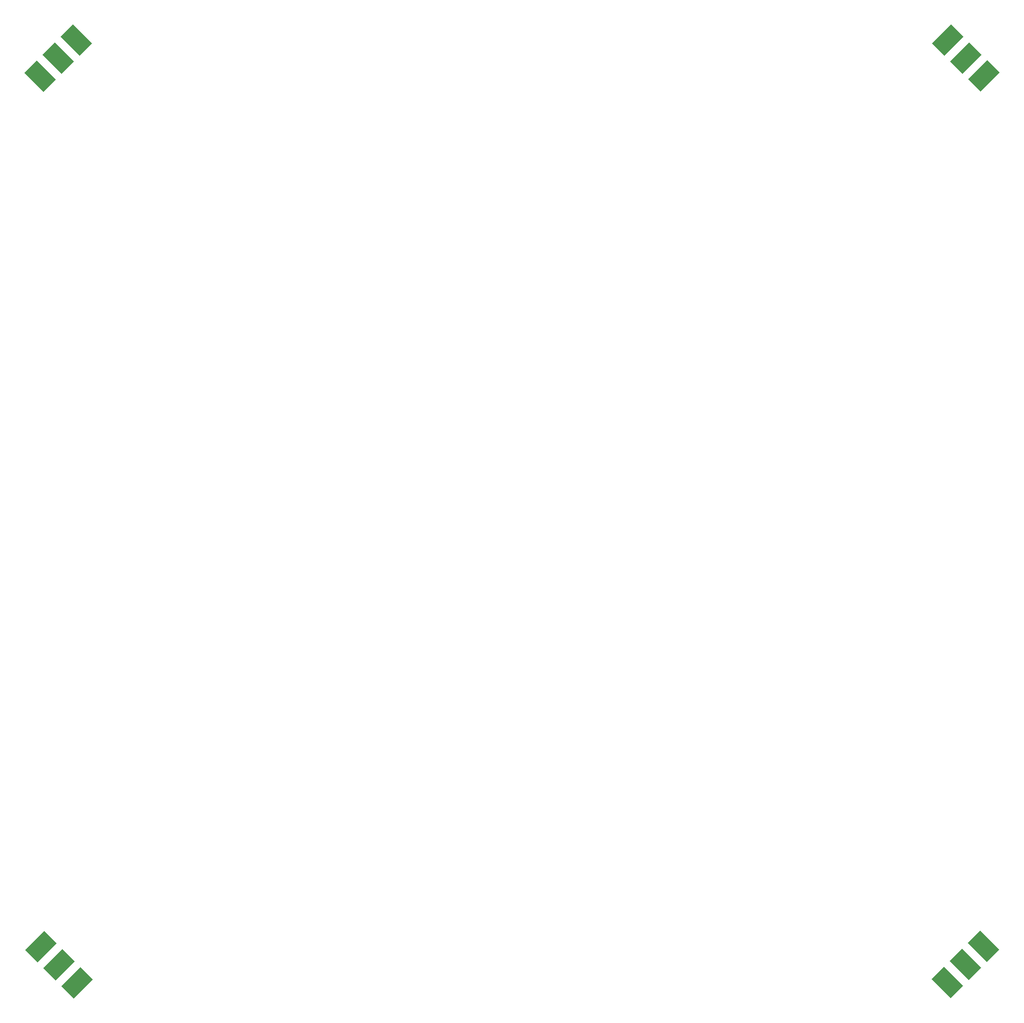
<source format=gbr>
G04 DipTrace 3.0.0.2*
G04 BottomPaste.gbr*
%MOIN*%
G04 #@! TF.FileFunction,Paste,Bot*
G04 #@! TF.Part,Single*
%AMOUTLINE2*
4,1,4,
0.133626,-0.027839,
-0.027839,0.133626,
-0.133626,0.027839,
0.027839,-0.133626,
0.133626,-0.027839,
0*%
%AMOUTLINE5*
4,1,4,
0.027839,0.133626,
-0.133626,-0.027839,
-0.027839,-0.133626,
0.133626,0.027839,
0.027839,0.133626,
0*%
%AMOUTLINE8*
4,1,4,
-0.133626,0.027839,
0.027839,-0.133626,
0.133626,-0.027839,
-0.027839,0.133626,
-0.133626,0.027839,
0*%
%AMOUTLINE11*
4,1,4,
-0.027839,-0.133626,
0.133626,0.027839,
0.027839,0.133626,
-0.133626,-0.027839,
-0.027839,-0.133626,
0*%
%ADD86OUTLINE2*%
%ADD89OUTLINE5*%
%ADD92OUTLINE8*%
%ADD95OUTLINE11*%
%FSLAX26Y26*%
G04*
G70*
G90*
G75*
G01*
G04 BotPaste*
%LPD*%
D86*
X9114781Y1430832D3*
X8808554Y1124605D3*
X8961667Y1277719D3*
D89*
X8811293Y9115962D3*
X9117520Y8809735D3*
X8964406Y8962846D3*
D92*
X1119077Y8809325D3*
X1425304Y9115552D3*
X1272192Y8962438D3*
D95*
X1430832Y1121440D3*
X1124605Y1427667D3*
X1277719Y1274554D3*
M02*

</source>
